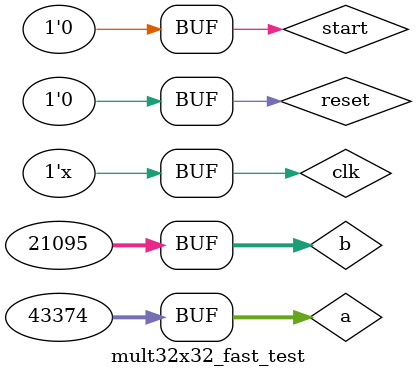
<source format=sv>
module mult32x32_fast_test;

    logic clk;            // Clock
    logic reset;          // Reset
    logic start;          // Start signal
    logic [31:0] a;       // Input a
    logic [31:0] b;       // Input b
    logic busy;           // Multiplier busy indication
    logic [63:0] product; // Miltiplication product

// Put your code here
// ------------------
mult32x32_fast uut(
    .clk(clk),
    .reset(reset),
    .start(start),
    .a(a),
    .b(b),
    .busy(busy),
    .product(product)
);

initial begin
    clk = 1'b1;
    reset = 1'b1;
    start = 1'b0;
    a = 32'h0;
    b = 32'h0;
    
    #8
    reset = 1'b0;

    #2
    a = 32'd207923566;
    b = 32'd209146471;
    start = 1'b1;

    #2
    start = 1'b0;

    #10
    a = 32'd207923566 & 32'hffff;
    b = 32'd209146471 & 32'hffff;
    start = 1'b1;

    #2
    start = 1'b0;    

end

always begin
    #1
    clk = ~clk;
end
// End of your code

endmodule

</source>
